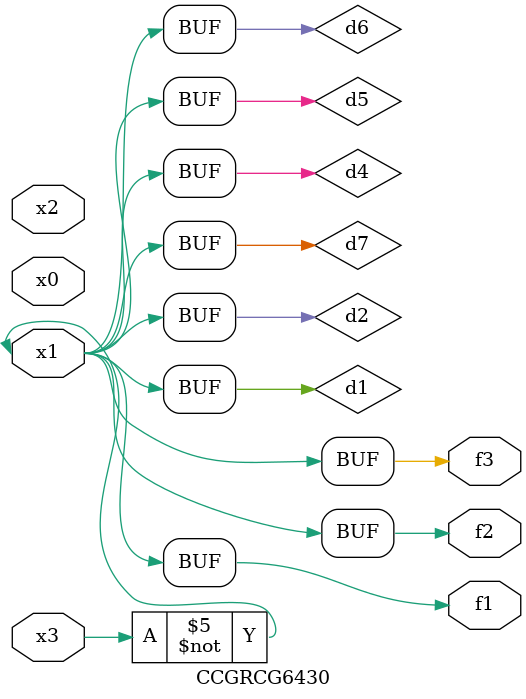
<source format=v>
module CCGRCG6430(
	input x0, x1, x2, x3,
	output f1, f2, f3
);

	wire d1, d2, d3, d4, d5, d6, d7;

	not (d1, x3);
	buf (d2, x1);
	xnor (d3, d1, d2);
	nor (d4, d1);
	buf (d5, d1, d2);
	buf (d6, d4, d5);
	nand (d7, d4);
	assign f1 = d6;
	assign f2 = d7;
	assign f3 = d6;
endmodule

</source>
